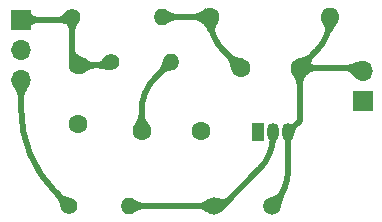
<source format=gbr>
%TF.GenerationSoftware,KiCad,Pcbnew,(6.0.4)*%
%TF.CreationDate,2022-07-11T19:21:54+03:00*%
%TF.ProjectId,Basic-150-MHz-Telemetry-Transmitter-THT,42617369-632d-4313-9530-2d4d487a2d54,rev?*%
%TF.SameCoordinates,Original*%
%TF.FileFunction,Copper,L1,Top*%
%TF.FilePolarity,Positive*%
%FSLAX46Y46*%
G04 Gerber Fmt 4.6, Leading zero omitted, Abs format (unit mm)*
G04 Created by KiCad (PCBNEW (6.0.4)) date 2022-07-11 19:21:54*
%MOMM*%
%LPD*%
G01*
G04 APERTURE LIST*
%TA.AperFunction,ComponentPad*%
%ADD10R,1.700000X1.700000*%
%TD*%
%TA.AperFunction,ComponentPad*%
%ADD11O,1.700000X1.700000*%
%TD*%
%TA.AperFunction,ComponentPad*%
%ADD12C,1.500000*%
%TD*%
%TA.AperFunction,ComponentPad*%
%ADD13C,1.400000*%
%TD*%
%TA.AperFunction,ComponentPad*%
%ADD14O,1.400000X1.400000*%
%TD*%
%TA.AperFunction,ComponentPad*%
%ADD15R,1.050000X1.500000*%
%TD*%
%TA.AperFunction,ComponentPad*%
%ADD16O,1.050000X1.500000*%
%TD*%
%TA.AperFunction,ComponentPad*%
%ADD17O,1.600000X1.600000*%
%TD*%
%TA.AperFunction,ComponentPad*%
%ADD18C,1.600000*%
%TD*%
%TA.AperFunction,Conductor*%
%ADD19C,0.500000*%
%TD*%
G04 APERTURE END LIST*
D10*
%TO.P,J1,1,Pin_1*%
%TO.N,Net-(C1-Pad2)*%
X54356000Y-99060000D03*
D11*
%TO.P,J1,2,Pin_2*%
%TO.N,GND*%
X54356000Y-101600000D03*
%TO.P,J1,3,Pin_3*%
%TO.N,data*%
X54356000Y-104140000D03*
%TD*%
D12*
%TO.P,Y1,1,1*%
%TO.N,Net-(C2-Pad1)*%
X75602000Y-114808000D03*
%TO.P,Y1,2,2*%
%TO.N,Net-(Q1-Pad2)*%
X70722000Y-114808000D03*
%TD*%
D13*
%TO.P,RP1,1*%
%TO.N,Net-(C1-Pad2)*%
X61976000Y-102616000D03*
D14*
%TO.P,RP1,2*%
%TO.N,Net-(CP1-Pad1)*%
X67056000Y-102616000D03*
%TD*%
%TO.P,R1,2*%
%TO.N,Net-(Q1-Pad2)*%
X63500000Y-114808000D03*
D13*
%TO.P,R1,1*%
%TO.N,data*%
X58420000Y-114808000D03*
%TD*%
D15*
%TO.P,Q1,1,E*%
%TO.N,GND*%
X74422000Y-108564000D03*
D16*
%TO.P,Q1,2,B*%
%TO.N,Net-(Q1-Pad2)*%
X75692000Y-108564000D03*
%TO.P,Q1,3,C*%
%TO.N,Net-(C2-Pad1)*%
X76962000Y-108564000D03*
%TD*%
D17*
%TO.P,L2,2,2*%
%TO.N,Net-(C2-Pad1)*%
X80518000Y-98806000D03*
D18*
%TO.P,L2,1,1*%
%TO.N,Net-(C2-Pad2)*%
X70358000Y-98806000D03*
%TD*%
D14*
%TO.P,L1,2,2*%
%TO.N,Net-(C2-Pad2)*%
X66294000Y-98806000D03*
D13*
%TO.P,L1,1,1*%
%TO.N,Net-(C1-Pad2)*%
X58674000Y-98806000D03*
%TD*%
D11*
%TO.P,J2,2,Pin_2*%
%TO.N,Net-(C2-Pad1)*%
X83312000Y-103383000D03*
D10*
%TO.P,J2,1,Pin_1*%
%TO.N,GND*%
X83312000Y-105923000D03*
%TD*%
D18*
%TO.P,CP1,1*%
%TO.N,Net-(CP1-Pad1)*%
X64556000Y-108458000D03*
%TO.P,CP1,2*%
%TO.N,GND*%
X69556000Y-108458000D03*
%TD*%
%TO.P,C2,1*%
%TO.N,Net-(C2-Pad1)*%
X77938000Y-103124000D03*
%TO.P,C2,2*%
%TO.N,Net-(C2-Pad2)*%
X72938000Y-103124000D03*
%TD*%
%TO.P,C1,1*%
%TO.N,GND*%
X59182000Y-107910000D03*
%TO.P,C1,2*%
%TO.N,Net-(C1-Pad2)*%
X59182000Y-102910000D03*
%TD*%
D19*
%TO.N,Net-(Q1-Pad2)*%
X74520404Y-111716550D02*
G75*
G03*
X75692000Y-108888146I-2828404J2828450D01*
G01*
%TO.N,data*%
X54356026Y-106601864D02*
G75*
G03*
X57284933Y-113672931I9999974J-36D01*
G01*
X54356000Y-106601864D02*
X54356000Y-104140000D01*
X58420000Y-114808000D02*
X57284932Y-113672932D01*
%TO.N,Net-(C2-Pad1)*%
X77938000Y-107588000D02*
X77938000Y-103124000D01*
X76962000Y-108564000D02*
X77938000Y-107588000D01*
%TO.N,Net-(Q1-Pad2)*%
X71429000Y-114808000D02*
X70722000Y-114808000D01*
X74520427Y-111716573D02*
X71429000Y-114808000D01*
X75692000Y-108564000D02*
X75692000Y-108888146D01*
%TO.N,Net-(C2-Pad1)*%
X76962032Y-111791146D02*
G75*
G02*
X75790427Y-114619573I-4000032J46D01*
G01*
X80518032Y-98887146D02*
G75*
G02*
X79346427Y-101715573I-4000032J46D01*
G01*
%TO.N,Net-(C2-Pad2)*%
X71529596Y-101715550D02*
G75*
G02*
X70358000Y-98887146I2828404J2828450D01*
G01*
%TO.N,Net-(CP1-Pad1)*%
X64555968Y-106772854D02*
G75*
G02*
X65727573Y-103944427I4000032J-46D01*
G01*
X65727573Y-103944427D02*
X67056000Y-102616000D01*
X64556000Y-108458000D02*
X64556000Y-106772854D01*
%TO.N,Net-(Q1-Pad2)*%
X70722000Y-114808000D02*
X63500000Y-114808000D01*
%TO.N,Net-(C2-Pad1)*%
X76962000Y-111791146D02*
X76962000Y-108564000D01*
X75602000Y-114808000D02*
X75790427Y-114619573D01*
X83053000Y-103124000D02*
X83312000Y-103383000D01*
X77938000Y-103124000D02*
X83053000Y-103124000D01*
X79346427Y-101715573D02*
X77938000Y-103124000D01*
X80518000Y-98806000D02*
X80518000Y-98887146D01*
%TO.N,Net-(C2-Pad2)*%
X71529573Y-101715573D02*
X72938000Y-103124000D01*
X70358000Y-98806000D02*
X70358000Y-98887146D01*
X66294000Y-98806000D02*
X70358000Y-98806000D01*
%TO.N,Net-(C1-Pad2)*%
X61682000Y-102910000D02*
X61976000Y-102616000D01*
X59182000Y-102910000D02*
X61682000Y-102910000D01*
X58674000Y-102402000D02*
X59182000Y-102910000D01*
X58674000Y-98806000D02*
X58674000Y-102402000D01*
X58420000Y-99060000D02*
X58674000Y-98806000D01*
X54356000Y-99060000D02*
X58420000Y-99060000D01*
%TD*%
%TA.AperFunction,Conductor*%
%TO.N,Net-(Q1-Pad2)*%
G36*
X75706976Y-108310572D02*
G01*
X76033440Y-108668073D01*
X76036500Y-108675963D01*
X76036500Y-108837504D01*
X76051738Y-108982482D01*
X76051929Y-108983069D01*
X76057461Y-109000097D01*
X76056943Y-109008646D01*
X76037691Y-109050036D01*
X76037681Y-109050059D01*
X76037646Y-109050134D01*
X76008195Y-109120000D01*
X75982375Y-109189889D01*
X75959120Y-109263374D01*
X75937364Y-109344025D01*
X75937336Y-109344146D01*
X75937334Y-109344153D01*
X75916043Y-109435414D01*
X75894091Y-109541115D01*
X75894072Y-109541211D01*
X75872629Y-109653267D01*
X75867709Y-109660749D01*
X75859000Y-109662571D01*
X75390008Y-109575405D01*
X75382500Y-109570524D01*
X75380581Y-109562129D01*
X75395866Y-109462463D01*
X75397902Y-109435414D01*
X75403054Y-109366943D01*
X75403074Y-109366677D01*
X75402610Y-109343891D01*
X75401373Y-109283263D01*
X75401367Y-109282950D01*
X75391625Y-109208261D01*
X75374729Y-109139585D01*
X75351559Y-109073898D01*
X75351475Y-109073704D01*
X75348470Y-109066788D01*
X75347500Y-109062125D01*
X75347500Y-108653382D01*
X75350979Y-108645057D01*
X75690115Y-108310137D01*
X75698409Y-108306762D01*
X75706976Y-108310572D01*
G37*
%TD.AperFunction*%
%TD*%
%TA.AperFunction,Conductor*%
%TO.N,data*%
G36*
X54364433Y-103723769D02*
G01*
X55115164Y-104504437D01*
X55118429Y-104512776D01*
X55117100Y-104517967D01*
X55042336Y-104660997D01*
X55042021Y-104661560D01*
X54965800Y-104789645D01*
X54965585Y-104789993D01*
X54892907Y-104902933D01*
X54825252Y-105007347D01*
X54764135Y-105109833D01*
X54710968Y-105217152D01*
X54667160Y-105336066D01*
X54634122Y-105473338D01*
X54613265Y-105635728D01*
X54613256Y-105635981D01*
X54606421Y-105818737D01*
X54602687Y-105826877D01*
X54594729Y-105830000D01*
X54117271Y-105830000D01*
X54108998Y-105826573D01*
X54105579Y-105818737D01*
X54098743Y-105635981D01*
X54098734Y-105635728D01*
X54077877Y-105473338D01*
X54044839Y-105336066D01*
X54001031Y-105217152D01*
X53947864Y-105109833D01*
X53886747Y-105007347D01*
X53819092Y-104902933D01*
X53746414Y-104789993D01*
X53746199Y-104789645D01*
X53669978Y-104661560D01*
X53669663Y-104660997D01*
X53594900Y-104517967D01*
X53594105Y-104509048D01*
X53596836Y-104504437D01*
X54347567Y-103723769D01*
X54355771Y-103720181D01*
X54364433Y-103723769D01*
G37*
%TD.AperFunction*%
%TD*%
%TA.AperFunction,Conductor*%
%TO.N,data*%
G36*
X57622164Y-113656112D02*
G01*
X57729128Y-113756616D01*
X57729138Y-113756625D01*
X57729281Y-113756759D01*
X57833673Y-113840952D01*
X57833898Y-113841102D01*
X57929966Y-113904964D01*
X57930213Y-113905128D01*
X57930479Y-113905268D01*
X58021773Y-113953348D01*
X58021783Y-113953353D01*
X58022040Y-113953488D01*
X58112290Y-113990232D01*
X58112510Y-113990302D01*
X58112512Y-113990303D01*
X58203968Y-114019520D01*
X58204101Y-114019562D01*
X58300612Y-114045679D01*
X58396904Y-114070692D01*
X58404830Y-114072751D01*
X58405043Y-114072808D01*
X58520079Y-114105023D01*
X58520488Y-114105147D01*
X58641774Y-114144209D01*
X58648598Y-114150007D01*
X58649885Y-114155117D01*
X58667249Y-115043322D01*
X58663984Y-115051661D01*
X58655322Y-115055249D01*
X57767117Y-115037885D01*
X57758913Y-115034297D01*
X57756209Y-115029774D01*
X57717150Y-114908500D01*
X57717020Y-114908068D01*
X57684808Y-114793043D01*
X57684751Y-114792830D01*
X57657679Y-114688612D01*
X57631596Y-114592227D01*
X57631562Y-114592101D01*
X57602232Y-114500290D01*
X57565488Y-114410040D01*
X57565353Y-114409783D01*
X57565348Y-114409773D01*
X57517268Y-114318479D01*
X57517128Y-114318213D01*
X57452952Y-114221673D01*
X57368759Y-114117281D01*
X57368625Y-114117138D01*
X57368616Y-114117128D01*
X57268112Y-114010164D01*
X57264945Y-114001788D01*
X57268366Y-113993879D01*
X57605879Y-113656366D01*
X57614152Y-113652939D01*
X57622164Y-113656112D01*
G37*
%TD.AperFunction*%
%TD*%
%TA.AperFunction,Conductor*%
%TO.N,Net-(C2-Pad1)*%
G36*
X78658000Y-103472711D02*
G01*
X78584770Y-103613576D01*
X78526714Y-103712712D01*
X78526713Y-103712713D01*
X78525953Y-103714011D01*
X78514289Y-103733930D01*
X78514114Y-103734220D01*
X78447465Y-103840488D01*
X78385770Y-103939009D01*
X78385735Y-103939071D01*
X78385723Y-103939090D01*
X78350034Y-104001424D01*
X78330300Y-104035889D01*
X78282246Y-104137367D01*
X78282146Y-104137652D01*
X78282143Y-104137659D01*
X78242907Y-104249371D01*
X78242905Y-104249379D01*
X78242799Y-104249680D01*
X78213148Y-104379065D01*
X78194485Y-104531759D01*
X78194476Y-104531999D01*
X78194476Y-104532005D01*
X78188402Y-104702716D01*
X78184683Y-104710862D01*
X78176709Y-104714000D01*
X77699291Y-104714000D01*
X77691018Y-104710573D01*
X77687598Y-104702716D01*
X77681523Y-104532005D01*
X77681523Y-104531999D01*
X77681514Y-104531759D01*
X77662851Y-104379065D01*
X77633200Y-104249680D01*
X77633094Y-104249379D01*
X77633092Y-104249371D01*
X77593856Y-104137659D01*
X77593853Y-104137652D01*
X77593753Y-104137367D01*
X77545699Y-104035889D01*
X77525965Y-104001424D01*
X77490276Y-103939090D01*
X77490264Y-103939071D01*
X77490229Y-103939009D01*
X77428534Y-103840488D01*
X77361885Y-103734220D01*
X77361710Y-103733930D01*
X77349285Y-103712712D01*
X77291383Y-103613838D01*
X77291098Y-103613324D01*
X77224001Y-103484255D01*
X77221874Y-103480163D01*
X77221098Y-103471242D01*
X77223822Y-103466657D01*
X77544355Y-103133342D01*
X77938000Y-102724000D01*
X78658000Y-103472711D01*
G37*
%TD.AperFunction*%
%TD*%
%TA.AperFunction,Conductor*%
%TO.N,Net-(C2-Pad1)*%
G36*
X77532268Y-107656417D02*
G01*
X77869583Y-107993732D01*
X77873010Y-108002005D01*
X77869738Y-108010120D01*
X77796302Y-108086364D01*
X77729977Y-108162048D01*
X77729861Y-108162198D01*
X77729860Y-108162199D01*
X77676497Y-108231110D01*
X77676490Y-108231120D01*
X77676359Y-108231289D01*
X77633079Y-108296478D01*
X77597771Y-108360003D01*
X77597690Y-108360178D01*
X77597684Y-108360190D01*
X77575353Y-108408490D01*
X77568065Y-108424253D01*
X77541596Y-108491618D01*
X77541579Y-108491665D01*
X77541575Y-108491677D01*
X77515994Y-108564487D01*
X77515980Y-108564529D01*
X77488907Y-108645202D01*
X77488892Y-108645248D01*
X77460566Y-108728522D01*
X77454657Y-108735251D01*
X77449718Y-108736452D01*
X77383881Y-108737739D01*
X77383880Y-108737739D01*
X76776385Y-108749615D01*
X76786514Y-108231484D01*
X76789548Y-108076282D01*
X76793136Y-108068078D01*
X76797478Y-108065434D01*
X76880751Y-108037107D01*
X76880797Y-108037092D01*
X76961470Y-108010019D01*
X76961512Y-108010005D01*
X76984282Y-108002005D01*
X77034322Y-107984424D01*
X77034334Y-107984420D01*
X77034381Y-107984403D01*
X77101746Y-107957934D01*
X77117509Y-107950646D01*
X77165809Y-107928315D01*
X77165821Y-107928309D01*
X77165996Y-107928228D01*
X77166165Y-107928134D01*
X77166173Y-107928130D01*
X77229321Y-107893031D01*
X77229521Y-107892920D01*
X77229714Y-107892792D01*
X77229722Y-107892787D01*
X77261531Y-107871668D01*
X77294710Y-107849640D01*
X77294879Y-107849509D01*
X77294889Y-107849502D01*
X77363800Y-107796139D01*
X77363801Y-107796138D01*
X77363951Y-107796022D01*
X77439635Y-107729697D01*
X77439745Y-107729591D01*
X77439756Y-107729581D01*
X77515879Y-107656263D01*
X77524215Y-107652992D01*
X77532268Y-107656417D01*
G37*
%TD.AperFunction*%
%TD*%
%TA.AperFunction,Conductor*%
%TO.N,Net-(Q1-Pad2)*%
G36*
X71832801Y-114066290D02*
G01*
X72170259Y-114403748D01*
X72173686Y-114412021D01*
X72170259Y-114420294D01*
X72050687Y-114539868D01*
X71942157Y-114648406D01*
X71848634Y-114741941D01*
X71765811Y-114824779D01*
X71765810Y-114824780D01*
X71689380Y-114901226D01*
X71615032Y-114975589D01*
X71538461Y-115052174D01*
X71455359Y-115135289D01*
X71361419Y-115229237D01*
X71258607Y-115332053D01*
X71250334Y-115335481D01*
X71244595Y-115333977D01*
X70891527Y-115135289D01*
X70806447Y-115087410D01*
X70347600Y-114829195D01*
X70711516Y-114437298D01*
X70713135Y-114435554D01*
X70713136Y-114435554D01*
X71004700Y-114121572D01*
X71012841Y-114117841D01*
X71017765Y-114118729D01*
X71103129Y-114154215D01*
X71190308Y-114188608D01*
X71272970Y-114216667D01*
X71352303Y-114236284D01*
X71392418Y-114240993D01*
X71429016Y-114245290D01*
X71429020Y-114245290D01*
X71429496Y-114245346D01*
X71505738Y-114241743D01*
X71506273Y-114241614D01*
X71506276Y-114241614D01*
X71541540Y-114233140D01*
X71582218Y-114223365D01*
X71659119Y-114188556D01*
X71659676Y-114188304D01*
X71659679Y-114188302D01*
X71660126Y-114188100D01*
X71740649Y-114133838D01*
X71816732Y-114065839D01*
X71825183Y-114062881D01*
X71832801Y-114066290D01*
G37*
%TD.AperFunction*%
%TD*%
%TA.AperFunction,Conductor*%
%TO.N,Net-(C2-Pad1)*%
G36*
X76306056Y-113512584D02*
G01*
X76730484Y-113731074D01*
X76736271Y-113737908D01*
X76735614Y-113746670D01*
X76658701Y-113901964D01*
X76658690Y-113901986D01*
X76658660Y-113902048D01*
X76594359Y-114045082D01*
X76585797Y-114066677D01*
X76562975Y-114124236D01*
X76544528Y-114170760D01*
X76505871Y-114284394D01*
X76475095Y-114391294D01*
X76448904Y-114496771D01*
X76448887Y-114496845D01*
X76448879Y-114496879D01*
X76424003Y-114606138D01*
X76397120Y-114724608D01*
X76397082Y-114724771D01*
X76364917Y-114857683D01*
X76364849Y-114857947D01*
X76326224Y-115002697D01*
X76320780Y-115009807D01*
X76315860Y-115011342D01*
X75827406Y-115050638D01*
X75365545Y-115087793D01*
X75357024Y-115085041D01*
X75352917Y-115076613D01*
X75313673Y-114124235D01*
X75316756Y-114115828D01*
X75321243Y-114112804D01*
X75394078Y-114085408D01*
X75443564Y-114066795D01*
X75444209Y-114066574D01*
X75564077Y-114029297D01*
X75564401Y-114029201D01*
X75675526Y-113998137D01*
X75675545Y-113998132D01*
X75675572Y-113998124D01*
X75675634Y-113998106D01*
X75778819Y-113968014D01*
X75778830Y-113968010D01*
X75778972Y-113967969D01*
X75875577Y-113933425D01*
X75875861Y-113933287D01*
X75875865Y-113933285D01*
X75940005Y-113902048D01*
X75966516Y-113889137D01*
X75966877Y-113888889D01*
X76052516Y-113830030D01*
X76052519Y-113830027D01*
X76052917Y-113829754D01*
X76053264Y-113829421D01*
X76053268Y-113829417D01*
X76135591Y-113750227D01*
X76135592Y-113750226D01*
X76135909Y-113749921D01*
X76216618Y-113644286D01*
X76290587Y-113517105D01*
X76297709Y-113511676D01*
X76306056Y-113512584D01*
G37*
%TD.AperFunction*%
%TD*%
%TA.AperFunction,Conductor*%
%TO.N,Net-(C2-Pad1)*%
G36*
X80561520Y-98417107D02*
G01*
X81198596Y-99211465D01*
X81201099Y-99220063D01*
X81199395Y-99224979D01*
X81113016Y-99363407D01*
X81112806Y-99363731D01*
X81030444Y-99486506D01*
X81030275Y-99486751D01*
X80954419Y-99593831D01*
X80883382Y-99691884D01*
X80815550Y-99787491D01*
X80749219Y-99887358D01*
X80749142Y-99887487D01*
X80682770Y-99998052D01*
X80682760Y-99998070D01*
X80682686Y-99998193D01*
X80614247Y-100126700D01*
X80614189Y-100126823D01*
X80614185Y-100126831D01*
X80542254Y-100279471D01*
X80542200Y-100279586D01*
X80542149Y-100279707D01*
X80542142Y-100279723D01*
X80469295Y-100452965D01*
X80462930Y-100459263D01*
X80454171Y-100459295D01*
X80010806Y-100282205D01*
X80004394Y-100275954D01*
X80004063Y-100267592D01*
X80051713Y-100126700D01*
X80053589Y-100121154D01*
X80080347Y-99984848D01*
X80084305Y-99864605D01*
X80073444Y-99787491D01*
X80069052Y-99756304D01*
X80069051Y-99756300D01*
X80068988Y-99755852D01*
X80049478Y-99691905D01*
X80038018Y-99654343D01*
X80038015Y-99654336D01*
X80037919Y-99654020D01*
X79994621Y-99554536D01*
X79942618Y-99452830D01*
X79895568Y-99363564D01*
X79885522Y-99344503D01*
X79885369Y-99344204D01*
X79826737Y-99224776D01*
X79826451Y-99224147D01*
X79772879Y-99096476D01*
X79772838Y-99087521D01*
X79775996Y-99083117D01*
X80544721Y-98415593D01*
X80553215Y-98412756D01*
X80561520Y-98417107D01*
G37*
%TD.AperFunction*%
%TD*%
%TA.AperFunction,Conductor*%
%TO.N,Net-(C2-Pad2)*%
G36*
X71068777Y-99056000D02*
G01*
X71100004Y-99083115D01*
X71104003Y-99091126D01*
X71103121Y-99096475D01*
X71049549Y-99224146D01*
X71049263Y-99224775D01*
X70990634Y-99344202D01*
X70990481Y-99344501D01*
X70933389Y-99452829D01*
X70881390Y-99554535D01*
X70838097Y-99654019D01*
X70807033Y-99755852D01*
X70791720Y-99864605D01*
X70791736Y-99865099D01*
X70791736Y-99865104D01*
X70792474Y-99887471D01*
X70795683Y-99984848D01*
X70822442Y-100121153D01*
X70822563Y-100121512D01*
X70822565Y-100121518D01*
X70871971Y-100267590D01*
X70871376Y-100276525D01*
X70865228Y-100282204D01*
X70421863Y-100459294D01*
X70412910Y-100459181D01*
X70406739Y-100452964D01*
X70333889Y-100279720D01*
X70333882Y-100279704D01*
X70333831Y-100279583D01*
X70333777Y-100279468D01*
X70261843Y-100126828D01*
X70261839Y-100126820D01*
X70261781Y-100126697D01*
X70193339Y-99998190D01*
X70185329Y-99984848D01*
X70126870Y-99887471D01*
X70126859Y-99887453D01*
X70126801Y-99887357D01*
X70111689Y-99864605D01*
X70098346Y-99844518D01*
X70060466Y-99787490D01*
X69992629Y-99691885D01*
X69921588Y-99593833D01*
X69845723Y-99486745D01*
X69845559Y-99486507D01*
X69822924Y-99452767D01*
X69793486Y-99408885D01*
X69793485Y-99408884D01*
X69763083Y-99363567D01*
X69672212Y-99217940D01*
X70322092Y-98407616D01*
X71068777Y-99056000D01*
G37*
%TD.AperFunction*%
%TD*%
%TA.AperFunction,Conductor*%
%TO.N,Net-(CP1-Pad1)*%
G36*
X67299661Y-102372016D02*
G01*
X67303249Y-102380678D01*
X67285885Y-103268883D01*
X67282297Y-103277087D01*
X67277775Y-103279790D01*
X67156488Y-103318852D01*
X67156079Y-103318976D01*
X67056698Y-103346807D01*
X67041043Y-103351191D01*
X67040830Y-103351248D01*
X66936612Y-103378320D01*
X66840101Y-103404437D01*
X66839968Y-103404479D01*
X66759703Y-103430121D01*
X66748290Y-103433767D01*
X66658040Y-103470511D01*
X66657783Y-103470646D01*
X66657773Y-103470651D01*
X66577806Y-103512766D01*
X66566213Y-103518871D01*
X66565969Y-103519033D01*
X66565966Y-103519035D01*
X66469898Y-103582897D01*
X66469673Y-103583047D01*
X66365281Y-103667240D01*
X66365138Y-103667374D01*
X66365128Y-103667383D01*
X66258164Y-103767888D01*
X66249788Y-103771055D01*
X66241879Y-103767634D01*
X65904366Y-103430121D01*
X65900939Y-103421848D01*
X65904112Y-103413836D01*
X65962951Y-103351214D01*
X66004759Y-103306718D01*
X66088952Y-103202326D01*
X66153128Y-103105786D01*
X66159233Y-103094193D01*
X66201348Y-103014226D01*
X66201353Y-103014216D01*
X66201488Y-103013959D01*
X66238232Y-102923709D01*
X66267562Y-102831898D01*
X66293679Y-102735387D01*
X66320751Y-102631169D01*
X66320808Y-102630956D01*
X66353020Y-102515931D01*
X66353150Y-102515499D01*
X66392209Y-102394226D01*
X66398007Y-102387402D01*
X66403117Y-102386115D01*
X67291322Y-102368751D01*
X67299661Y-102372016D01*
G37*
%TD.AperFunction*%
%TD*%
%TA.AperFunction,Conductor*%
%TO.N,Net-(CP1-Pad1)*%
G36*
X64802982Y-106871427D02*
G01*
X64806401Y-106879283D01*
X64812485Y-107050240D01*
X64831148Y-107202934D01*
X64860799Y-107332319D01*
X64860905Y-107332620D01*
X64860907Y-107332628D01*
X64900143Y-107444340D01*
X64900246Y-107444632D01*
X64948300Y-107546110D01*
X64948416Y-107546312D01*
X65003723Y-107642909D01*
X65003735Y-107642928D01*
X65003770Y-107642990D01*
X65003818Y-107643066D01*
X65065465Y-107741511D01*
X65132105Y-107847765D01*
X65132289Y-107848069D01*
X65202616Y-107968160D01*
X65202901Y-107968675D01*
X65272126Y-108101836D01*
X65272902Y-108110757D01*
X65270178Y-108115343D01*
X64564433Y-108849231D01*
X64556229Y-108852819D01*
X64547567Y-108849231D01*
X63841822Y-108115343D01*
X63838557Y-108107004D01*
X63839874Y-108101836D01*
X63909098Y-107968675D01*
X63909383Y-107968160D01*
X63979710Y-107848069D01*
X63979894Y-107847765D01*
X64046534Y-107741511D01*
X64108181Y-107643066D01*
X64108229Y-107642990D01*
X64108264Y-107642928D01*
X64108276Y-107642909D01*
X64163583Y-107546312D01*
X64163699Y-107546110D01*
X64211753Y-107444632D01*
X64211856Y-107444340D01*
X64251092Y-107332628D01*
X64251094Y-107332620D01*
X64251200Y-107332319D01*
X64280851Y-107202934D01*
X64299514Y-107050240D01*
X64305598Y-106879283D01*
X64309317Y-106871138D01*
X64317291Y-106868000D01*
X64794709Y-106868000D01*
X64802982Y-106871427D01*
G37*
%TD.AperFunction*%
%TD*%
%TA.AperFunction,Conductor*%
%TO.N,Net-(Q1-Pad2)*%
G36*
X70401120Y-114138805D02*
G01*
X71097000Y-114808000D01*
X70806448Y-115087410D01*
X70806447Y-115087410D01*
X70465425Y-115415356D01*
X70401121Y-115477194D01*
X70392782Y-115480459D01*
X70387642Y-115479156D01*
X70264359Y-115415471D01*
X70263898Y-115415219D01*
X70151809Y-115350785D01*
X70151557Y-115350636D01*
X70051996Y-115290035D01*
X69959466Y-115234353D01*
X69959376Y-115234299D01*
X69868104Y-115184475D01*
X69867897Y-115184382D01*
X69772736Y-115141654D01*
X69772732Y-115141652D01*
X69772466Y-115141533D01*
X69666751Y-115106443D01*
X69666444Y-115106377D01*
X69666438Y-115106375D01*
X69545525Y-115080238D01*
X69545526Y-115080238D01*
X69545243Y-115080177D01*
X69457770Y-115070103D01*
X69402467Y-115063733D01*
X69402463Y-115063733D01*
X69402231Y-115063706D01*
X69292069Y-115060013D01*
X69243308Y-115058379D01*
X69235154Y-115054677D01*
X69232000Y-115046686D01*
X69232000Y-114569314D01*
X69235427Y-114561041D01*
X69243308Y-114557621D01*
X69332114Y-114554644D01*
X69402231Y-114552293D01*
X69402463Y-114552266D01*
X69402467Y-114552266D01*
X69457770Y-114545896D01*
X69545243Y-114535822D01*
X69558531Y-114532950D01*
X69666438Y-114509624D01*
X69666444Y-114509622D01*
X69666751Y-114509556D01*
X69772466Y-114474466D01*
X69772732Y-114474347D01*
X69772736Y-114474345D01*
X69867897Y-114431617D01*
X69867898Y-114431616D01*
X69868104Y-114431524D01*
X69959376Y-114381700D01*
X70051996Y-114325964D01*
X70151572Y-114265354D01*
X70151809Y-114265214D01*
X70263898Y-114200780D01*
X70264359Y-114200528D01*
X70383843Y-114138806D01*
X70387642Y-114136844D01*
X70396564Y-114136092D01*
X70401120Y-114138805D01*
G37*
%TD.AperFunction*%
%TD*%
%TA.AperFunction,Conductor*%
%TO.N,Net-(Q1-Pad2)*%
G36*
X63812552Y-114181810D02*
G01*
X63925918Y-114239942D01*
X63926315Y-114240155D01*
X64030483Y-114298743D01*
X64030582Y-114298800D01*
X64123461Y-114353376D01*
X64210173Y-114403152D01*
X64210289Y-114403212D01*
X64210304Y-114403220D01*
X64278478Y-114438382D01*
X64295833Y-114447333D01*
X64296048Y-114447424D01*
X64296051Y-114447425D01*
X64385374Y-114485060D01*
X64385379Y-114485062D01*
X64385631Y-114485168D01*
X64385899Y-114485251D01*
X64484476Y-114515817D01*
X64484484Y-114515819D01*
X64484758Y-114515904D01*
X64598401Y-114538789D01*
X64647005Y-114543995D01*
X64731524Y-114553048D01*
X64731535Y-114553049D01*
X64731752Y-114553072D01*
X64853475Y-114556863D01*
X64878664Y-114557647D01*
X64886827Y-114561329D01*
X64890000Y-114569341D01*
X64890000Y-115046659D01*
X64886573Y-115054932D01*
X64878664Y-115058353D01*
X64731752Y-115062927D01*
X64731535Y-115062950D01*
X64731524Y-115062951D01*
X64647005Y-115072004D01*
X64598401Y-115077210D01*
X64484758Y-115100095D01*
X64484484Y-115100180D01*
X64484476Y-115100182D01*
X64403882Y-115125172D01*
X64385631Y-115130831D01*
X64385379Y-115130937D01*
X64385374Y-115130939D01*
X64296051Y-115168574D01*
X64295833Y-115168666D01*
X64295618Y-115168777D01*
X64210304Y-115212779D01*
X64210289Y-115212787D01*
X64210173Y-115212847D01*
X64123461Y-115262623D01*
X64030582Y-115317199D01*
X64030483Y-115317256D01*
X63950981Y-115361971D01*
X63926315Y-115375844D01*
X63925918Y-115376057D01*
X63812552Y-115434190D01*
X63803626Y-115434916D01*
X63799103Y-115432212D01*
X63679578Y-115317270D01*
X63158769Y-114816433D01*
X63155181Y-114808229D01*
X63158769Y-114799567D01*
X63415094Y-114553072D01*
X63799103Y-114183788D01*
X63807442Y-114180523D01*
X63812552Y-114181810D01*
G37*
%TD.AperFunction*%
%TD*%
%TA.AperFunction,Conductor*%
%TO.N,Net-(C2-Pad1)*%
G36*
X77383085Y-108739376D02*
G01*
X77383085Y-108739377D01*
X77428811Y-108786926D01*
X77432076Y-108795265D01*
X77430875Y-108800204D01*
X77392021Y-108879118D01*
X77391999Y-108879161D01*
X77372728Y-108917900D01*
X77354078Y-108955389D01*
X77320655Y-109025018D01*
X77291738Y-109091369D01*
X77291677Y-109091536D01*
X77291675Y-109091540D01*
X77267387Y-109157595D01*
X77267383Y-109157609D01*
X77267310Y-109157806D01*
X77247358Y-109227692D01*
X77231866Y-109304391D01*
X77220819Y-109391266D01*
X77214202Y-109491681D01*
X77214200Y-109491811D01*
X77214199Y-109491824D01*
X77212215Y-109597520D01*
X77208633Y-109605727D01*
X77200517Y-109609000D01*
X76723482Y-109609000D01*
X76715209Y-109605573D01*
X76711784Y-109597520D01*
X76709800Y-109491824D01*
X76709799Y-109491811D01*
X76709797Y-109491681D01*
X76703180Y-109391266D01*
X76692133Y-109304391D01*
X76676641Y-109227692D01*
X76656689Y-109157806D01*
X76656616Y-109157609D01*
X76656612Y-109157595D01*
X76632324Y-109091540D01*
X76632322Y-109091536D01*
X76632261Y-109091369D01*
X76603344Y-109025018D01*
X76596484Y-109010726D01*
X76595905Y-109002048D01*
X76602071Y-108983070D01*
X76602262Y-108982482D01*
X76617500Y-108837504D01*
X76617500Y-108664451D01*
X76620767Y-108656341D01*
X76779944Y-108490816D01*
X76962000Y-108301500D01*
X77383085Y-108739376D01*
G37*
%TD.AperFunction*%
%TD*%
%TA.AperFunction,Conductor*%
%TO.N,Net-(C2-Pad1)*%
G36*
X83189849Y-102545290D02*
G01*
X83193435Y-102549294D01*
X83711402Y-103500462D01*
X83712349Y-103509365D01*
X83706317Y-103516542D01*
X82735560Y-103996975D01*
X82726625Y-103997573D01*
X82722139Y-103994805D01*
X82619770Y-103893483D01*
X82619502Y-103893208D01*
X82525311Y-103793644D01*
X82525274Y-103793605D01*
X82439821Y-103702449D01*
X82439817Y-103702445D01*
X82439774Y-103702399D01*
X82357747Y-103620495D01*
X82273938Y-103548804D01*
X82183057Y-103488195D01*
X82079813Y-103439540D01*
X82079401Y-103439418D01*
X82079396Y-103439416D01*
X82022165Y-103422455D01*
X81958916Y-103403709D01*
X81815075Y-103381572D01*
X81814777Y-103381559D01*
X81814768Y-103381558D01*
X81654186Y-103374492D01*
X81646071Y-103370704D01*
X81643000Y-103362803D01*
X81643000Y-102885348D01*
X81646427Y-102877075D01*
X81654342Y-102873653D01*
X81797358Y-102869273D01*
X81860335Y-102867344D01*
X81860528Y-102867324D01*
X81860535Y-102867324D01*
X82042796Y-102848882D01*
X82042802Y-102848881D01*
X82043021Y-102848859D01*
X82043254Y-102848817D01*
X82198608Y-102820807D01*
X82198616Y-102820805D01*
X82198828Y-102820767D01*
X82335523Y-102785293D01*
X82460875Y-102744658D01*
X82535306Y-102718027D01*
X82582620Y-102701098D01*
X82582682Y-102701076D01*
X82708418Y-102656873D01*
X82708832Y-102656736D01*
X82846259Y-102614117D01*
X82846879Y-102613945D01*
X83003861Y-102575070D01*
X83004595Y-102574913D01*
X83181103Y-102543371D01*
X83189849Y-102545290D01*
G37*
%TD.AperFunction*%
%TD*%
%TA.AperFunction,Conductor*%
%TO.N,Net-(C2-Pad1)*%
G36*
X78427576Y-102477229D02*
G01*
X78548090Y-102547804D01*
X78654488Y-102614534D01*
X78753009Y-102676229D01*
X78849889Y-102731699D01*
X78866316Y-102739478D01*
X78868149Y-102740346D01*
X78951083Y-102779619D01*
X78951091Y-102779622D01*
X78951367Y-102779753D01*
X78951652Y-102779853D01*
X78951659Y-102779856D01*
X79063371Y-102819092D01*
X79063379Y-102819094D01*
X79063680Y-102819200D01*
X79063994Y-102819272D01*
X79064001Y-102819274D01*
X79192775Y-102848785D01*
X79192783Y-102848786D01*
X79193065Y-102848851D01*
X79345759Y-102867514D01*
X79345999Y-102867523D01*
X79346005Y-102867523D01*
X79410837Y-102869830D01*
X79516717Y-102873598D01*
X79524862Y-102877317D01*
X79528000Y-102885291D01*
X79528000Y-103362709D01*
X79524573Y-103370982D01*
X79516717Y-103374401D01*
X79405368Y-103378364D01*
X79346005Y-103380476D01*
X79345999Y-103380476D01*
X79345759Y-103380485D01*
X79193065Y-103399148D01*
X79192783Y-103399213D01*
X79192775Y-103399214D01*
X79064001Y-103428725D01*
X79063994Y-103428727D01*
X79063680Y-103428799D01*
X79063379Y-103428905D01*
X79063371Y-103428907D01*
X78951659Y-103468143D01*
X78951652Y-103468146D01*
X78951367Y-103468246D01*
X78951091Y-103468377D01*
X78951083Y-103468380D01*
X78891526Y-103496583D01*
X78849889Y-103516300D01*
X78815424Y-103536034D01*
X78753090Y-103571723D01*
X78753071Y-103571735D01*
X78753009Y-103571770D01*
X78654488Y-103633465D01*
X78548234Y-103700105D01*
X78547946Y-103700280D01*
X78526713Y-103712713D01*
X78526712Y-103712714D01*
X78427576Y-103770770D01*
X78286711Y-103844000D01*
X77544291Y-103130050D01*
X77543833Y-103129002D01*
X77543658Y-103120049D01*
X77546443Y-103115881D01*
X77582350Y-103081351D01*
X78286711Y-102404000D01*
X78427576Y-102477229D01*
G37*
%TD.AperFunction*%
%TD*%
%TA.AperFunction,Conductor*%
%TO.N,Net-(C2-Pad1)*%
G36*
X78893506Y-101830908D02*
G01*
X79231092Y-102168494D01*
X79234519Y-102176767D01*
X79231381Y-102184741D01*
X79114798Y-102309927D01*
X79020024Y-102431095D01*
X78949501Y-102543549D01*
X78897978Y-102650860D01*
X78897877Y-102651142D01*
X78897876Y-102651145D01*
X78867099Y-102737285D01*
X78867099Y-102737287D01*
X78860201Y-102756594D01*
X78830919Y-102864322D01*
X78804879Y-102977612D01*
X78776830Y-103100032D01*
X78741518Y-103235152D01*
X78693693Y-103386540D01*
X77655158Y-103406842D01*
X77665575Y-102874000D01*
X77675296Y-102376705D01*
X77678884Y-102368501D01*
X77683469Y-102365777D01*
X77826575Y-102320567D01*
X77827142Y-102320404D01*
X77867928Y-102309745D01*
X77961827Y-102285206D01*
X77962141Y-102285129D01*
X78084387Y-102257120D01*
X78197677Y-102231080D01*
X78305405Y-102201798D01*
X78305620Y-102201721D01*
X78305627Y-102201719D01*
X78410854Y-102164123D01*
X78410857Y-102164122D01*
X78411139Y-102164021D01*
X78518450Y-102112498D01*
X78630904Y-102041975D01*
X78752072Y-101947201D01*
X78877259Y-101830619D01*
X78885649Y-101827488D01*
X78893506Y-101830908D01*
G37*
%TD.AperFunction*%
%TD*%
%TA.AperFunction,Conductor*%
%TO.N,Net-(C2-Pad2)*%
G36*
X71998741Y-101830619D02*
G01*
X72123927Y-101947201D01*
X72245095Y-102041975D01*
X72357549Y-102112498D01*
X72464860Y-102164021D01*
X72465142Y-102164122D01*
X72465145Y-102164123D01*
X72570372Y-102201719D01*
X72570379Y-102201721D01*
X72570594Y-102201798D01*
X72678322Y-102231080D01*
X72791612Y-102257120D01*
X72913858Y-102285129D01*
X72914172Y-102285206D01*
X73008071Y-102309745D01*
X73048857Y-102320404D01*
X73049424Y-102320567D01*
X73192531Y-102365777D01*
X73199387Y-102371537D01*
X73200704Y-102376705D01*
X73220604Y-103394677D01*
X73217339Y-103403016D01*
X73208677Y-103406604D01*
X72190705Y-103386704D01*
X72182501Y-103383116D01*
X72179777Y-103378531D01*
X72134567Y-103235424D01*
X72134404Y-103234857D01*
X72099209Y-103100186D01*
X72099125Y-103099841D01*
X72071120Y-102977612D01*
X72045106Y-102864435D01*
X72045106Y-102864434D01*
X72045080Y-102864322D01*
X72015798Y-102756594D01*
X71978021Y-102650860D01*
X71926498Y-102543549D01*
X71855975Y-102431095D01*
X71761201Y-102309927D01*
X71644619Y-102184741D01*
X71641488Y-102176351D01*
X71644908Y-102168494D01*
X71982494Y-101830908D01*
X71990767Y-101827481D01*
X71998741Y-101830619D01*
G37*
%TD.AperFunction*%
%TD*%
%TA.AperFunction,Conductor*%
%TO.N,Net-(C2-Pad2)*%
G36*
X70015343Y-98091822D02*
G01*
X70758000Y-98806000D01*
X70009289Y-99526000D01*
X69868423Y-99452770D01*
X69793487Y-99408886D01*
X69793486Y-99408885D01*
X69748054Y-99382280D01*
X69747765Y-99382105D01*
X69641511Y-99315465D01*
X69542990Y-99253770D01*
X69542928Y-99253735D01*
X69542909Y-99253723D01*
X69480575Y-99218034D01*
X69446110Y-99198300D01*
X69404473Y-99178583D01*
X69344916Y-99150380D01*
X69344908Y-99150377D01*
X69344632Y-99150246D01*
X69344347Y-99150146D01*
X69344340Y-99150143D01*
X69232628Y-99110907D01*
X69232620Y-99110905D01*
X69232319Y-99110799D01*
X69232005Y-99110727D01*
X69231998Y-99110725D01*
X69103224Y-99081214D01*
X69103216Y-99081213D01*
X69102934Y-99081148D01*
X68950240Y-99062485D01*
X68950000Y-99062476D01*
X68949994Y-99062476D01*
X68890453Y-99060357D01*
X68779283Y-99056402D01*
X68771138Y-99052683D01*
X68768000Y-99044709D01*
X68768000Y-98567291D01*
X68771427Y-98559018D01*
X68779283Y-98555598D01*
X68884947Y-98551838D01*
X68949994Y-98549523D01*
X68950000Y-98549523D01*
X68950240Y-98549514D01*
X69102934Y-98530851D01*
X69103216Y-98530786D01*
X69103224Y-98530785D01*
X69231998Y-98501274D01*
X69232005Y-98501272D01*
X69232319Y-98501200D01*
X69232620Y-98501094D01*
X69232628Y-98501092D01*
X69344340Y-98461856D01*
X69344347Y-98461853D01*
X69344632Y-98461753D01*
X69344908Y-98461622D01*
X69344916Y-98461619D01*
X69404473Y-98433416D01*
X69446110Y-98413699D01*
X69480575Y-98393965D01*
X69542909Y-98358276D01*
X69542928Y-98358264D01*
X69542990Y-98358229D01*
X69641511Y-98296534D01*
X69747779Y-98229885D01*
X69748054Y-98229719D01*
X69868161Y-98159383D01*
X69868675Y-98159098D01*
X69869246Y-98158801D01*
X70001837Y-98089874D01*
X70010758Y-98089098D01*
X70015343Y-98091822D01*
G37*
%TD.AperFunction*%
%TD*%
%TA.AperFunction,Conductor*%
%TO.N,Net-(C2-Pad2)*%
G36*
X66606552Y-98179810D02*
G01*
X66719918Y-98237942D01*
X66720315Y-98238155D01*
X66824483Y-98296743D01*
X66824582Y-98296800D01*
X66917461Y-98351376D01*
X67004173Y-98401152D01*
X67004289Y-98401212D01*
X67004304Y-98401220D01*
X67072478Y-98436382D01*
X67089833Y-98445333D01*
X67090048Y-98445424D01*
X67090051Y-98445425D01*
X67179374Y-98483060D01*
X67179379Y-98483062D01*
X67179631Y-98483168D01*
X67179899Y-98483251D01*
X67278476Y-98513817D01*
X67278484Y-98513819D01*
X67278758Y-98513904D01*
X67392401Y-98536789D01*
X67441005Y-98541995D01*
X67525524Y-98551048D01*
X67525535Y-98551049D01*
X67525752Y-98551072D01*
X67647475Y-98554863D01*
X67672664Y-98555647D01*
X67680827Y-98559329D01*
X67684000Y-98567341D01*
X67684000Y-99044659D01*
X67680573Y-99052932D01*
X67672664Y-99056353D01*
X67525752Y-99060927D01*
X67525535Y-99060950D01*
X67525524Y-99060951D01*
X67441005Y-99070004D01*
X67392401Y-99075210D01*
X67278758Y-99098095D01*
X67278484Y-99098180D01*
X67278476Y-99098182D01*
X67197882Y-99123172D01*
X67179631Y-99128831D01*
X67179379Y-99128937D01*
X67179374Y-99128939D01*
X67090051Y-99166574D01*
X67089833Y-99166666D01*
X67089618Y-99166777D01*
X67004304Y-99210779D01*
X67004289Y-99210787D01*
X67004173Y-99210847D01*
X66917461Y-99260623D01*
X66824582Y-99315199D01*
X66824483Y-99315256D01*
X66744981Y-99359971D01*
X66720315Y-99373844D01*
X66719918Y-99374057D01*
X66606552Y-99432190D01*
X66597626Y-99432916D01*
X66593103Y-99430212D01*
X66473578Y-99315270D01*
X65952769Y-98814433D01*
X65949181Y-98806229D01*
X65952769Y-98797567D01*
X66209094Y-98551072D01*
X66593103Y-98181788D01*
X66601442Y-98178523D01*
X66606552Y-98179810D01*
G37*
%TD.AperFunction*%
%TD*%
%TA.AperFunction,Conductor*%
%TO.N,Net-(C1-Pad2)*%
G36*
X61444577Y-102172342D02*
G01*
X61651533Y-102244989D01*
X62282910Y-102466618D01*
X62289581Y-102472592D01*
X62289915Y-102481961D01*
X61963147Y-103308035D01*
X61956917Y-103314467D01*
X61951709Y-103315418D01*
X61804060Y-103308346D01*
X61803475Y-103308301D01*
X61669667Y-103294706D01*
X61669105Y-103294635D01*
X61606637Y-103285068D01*
X61550887Y-103276530D01*
X61550444Y-103276454D01*
X61441393Y-103255435D01*
X61441200Y-103255396D01*
X61335149Y-103233102D01*
X61335127Y-103233098D01*
X61335090Y-103233090D01*
X61225751Y-103211147D01*
X61225697Y-103211138D01*
X61225676Y-103211134D01*
X61144083Y-103197445D01*
X61107031Y-103191228D01*
X61106905Y-103191213D01*
X61106886Y-103191210D01*
X61032606Y-103182223D01*
X60972670Y-103174971D01*
X60972516Y-103174960D01*
X60972514Y-103174960D01*
X60816587Y-103164027D01*
X60816579Y-103164027D01*
X60816413Y-103164015D01*
X60816255Y-103164012D01*
X60816243Y-103164011D01*
X60747637Y-103162518D01*
X60718858Y-103161891D01*
X60718857Y-103161891D01*
X60632000Y-103160000D01*
X60632000Y-102660000D01*
X60696287Y-102657306D01*
X60696293Y-102657306D01*
X60696507Y-102657297D01*
X60696513Y-102657297D01*
X60716835Y-102656445D01*
X60762188Y-102654544D01*
X60762482Y-102654501D01*
X60871918Y-102638478D01*
X60871920Y-102638478D01*
X60872286Y-102638424D01*
X60965684Y-102612006D01*
X61045775Y-102575658D01*
X61047111Y-102574784D01*
X61115613Y-102529968D01*
X61115618Y-102529964D01*
X61115950Y-102529747D01*
X61116250Y-102529487D01*
X61116257Y-102529482D01*
X61171143Y-102481962D01*
X61179600Y-102474640D01*
X61179802Y-102474426D01*
X61179811Y-102474418D01*
X61239993Y-102410840D01*
X61240006Y-102410825D01*
X61240119Y-102410706D01*
X61300897Y-102338312D01*
X61365327Y-102257824D01*
X61431611Y-102176016D01*
X61439482Y-102171746D01*
X61444577Y-102172342D01*
G37*
%TD.AperFunction*%
%TD*%
%TA.AperFunction,Conductor*%
%TO.N,Net-(C1-Pad2)*%
G36*
X59538162Y-102193874D02*
G01*
X59670520Y-102262680D01*
X59671324Y-102263098D01*
X59671838Y-102263383D01*
X59791945Y-102333719D01*
X59792220Y-102333885D01*
X59898488Y-102400534D01*
X59997009Y-102462229D01*
X59997071Y-102462264D01*
X59997090Y-102462276D01*
X60059424Y-102497965D01*
X60093889Y-102517699D01*
X60135526Y-102537416D01*
X60195083Y-102565619D01*
X60195091Y-102565622D01*
X60195367Y-102565753D01*
X60195652Y-102565853D01*
X60195659Y-102565856D01*
X60307371Y-102605092D01*
X60307379Y-102605094D01*
X60307680Y-102605200D01*
X60307994Y-102605272D01*
X60308001Y-102605274D01*
X60436775Y-102634785D01*
X60436783Y-102634786D01*
X60437065Y-102634851D01*
X60589759Y-102653514D01*
X60589999Y-102653523D01*
X60590005Y-102653523D01*
X60647644Y-102655574D01*
X60696293Y-102657306D01*
X60696299Y-102657306D01*
X60772000Y-102660000D01*
X60772000Y-103160000D01*
X60718859Y-103161891D01*
X60718858Y-103161891D01*
X60694388Y-103162762D01*
X60590005Y-103166476D01*
X60589999Y-103166476D01*
X60589759Y-103166485D01*
X60437065Y-103185148D01*
X60436783Y-103185213D01*
X60436775Y-103185214D01*
X60308001Y-103214725D01*
X60307994Y-103214727D01*
X60307680Y-103214799D01*
X60307379Y-103214905D01*
X60307371Y-103214907D01*
X60195659Y-103254143D01*
X60195652Y-103254146D01*
X60195367Y-103254246D01*
X60195091Y-103254377D01*
X60195083Y-103254380D01*
X60135526Y-103282583D01*
X60093889Y-103302300D01*
X60059424Y-103322034D01*
X59997090Y-103357723D01*
X59997071Y-103357735D01*
X59997009Y-103357770D01*
X59898488Y-103419465D01*
X59792234Y-103486105D01*
X59791945Y-103486280D01*
X59671839Y-103556616D01*
X59671324Y-103556901D01*
X59538163Y-103626126D01*
X59529243Y-103626902D01*
X59524657Y-103624178D01*
X59068120Y-103185148D01*
X58782000Y-102910000D01*
X59521362Y-102198990D01*
X59521362Y-102198991D01*
X59524657Y-102195822D01*
X59532995Y-102192557D01*
X59538162Y-102193874D01*
G37*
%TD.AperFunction*%
%TD*%
%TA.AperFunction,Conductor*%
%TO.N,Net-(C1-Pad2)*%
G36*
X58682433Y-98464769D02*
G01*
X58813944Y-98601525D01*
X58813945Y-98601525D01*
X58964808Y-98758404D01*
X59298212Y-99105103D01*
X59301477Y-99113442D01*
X59300190Y-99118552D01*
X59242057Y-99231918D01*
X59241844Y-99232315D01*
X59183242Y-99336508D01*
X59128623Y-99429461D01*
X59128589Y-99429520D01*
X59128585Y-99429527D01*
X59121278Y-99442257D01*
X59078847Y-99516173D01*
X59034666Y-99601833D01*
X58996831Y-99691631D01*
X58966095Y-99790758D01*
X58943210Y-99904401D01*
X58928927Y-100037752D01*
X58928920Y-100037979D01*
X58924353Y-100184664D01*
X58920671Y-100192827D01*
X58912659Y-100196000D01*
X58435341Y-100196000D01*
X58427068Y-100192573D01*
X58423647Y-100184664D01*
X58419079Y-100037979D01*
X58419072Y-100037752D01*
X58404789Y-99904401D01*
X58381904Y-99790758D01*
X58351168Y-99691631D01*
X58313333Y-99601833D01*
X58269152Y-99516173D01*
X58269085Y-99516056D01*
X58229156Y-99446497D01*
X58229155Y-99446496D01*
X58219376Y-99429461D01*
X58164757Y-99336508D01*
X58106048Y-99232125D01*
X58044000Y-99111122D01*
X58614221Y-98518163D01*
X58615075Y-98517275D01*
X58665567Y-98464769D01*
X58673771Y-98461181D01*
X58682433Y-98464769D01*
G37*
%TD.AperFunction*%
%TD*%
%TA.AperFunction,Conductor*%
%TO.N,Net-(C1-Pad2)*%
G36*
X58921207Y-101485427D02*
G01*
X58924616Y-101493048D01*
X58931088Y-101609060D01*
X58931110Y-101609449D01*
X58951941Y-101716510D01*
X58985743Y-101806074D01*
X59031764Y-101881034D01*
X59089255Y-101944282D01*
X59089615Y-101944569D01*
X59089620Y-101944574D01*
X59145383Y-101989070D01*
X59157463Y-101998709D01*
X59157751Y-101998888D01*
X59157760Y-101998894D01*
X59219661Y-102037297D01*
X59235640Y-102047210D01*
X59323034Y-102092674D01*
X59323143Y-102092726D01*
X59323148Y-102092728D01*
X59418895Y-102137996D01*
X59515040Y-102182619D01*
X59521101Y-102189211D01*
X59521771Y-102194232D01*
X59433565Y-103220990D01*
X58958298Y-103080434D01*
X58958297Y-103080434D01*
X58390443Y-102912497D01*
X58383481Y-102906864D01*
X58382061Y-102901196D01*
X58383176Y-102741030D01*
X58383179Y-102740854D01*
X58386366Y-102595753D01*
X58386371Y-102595581D01*
X58391070Y-102467419D01*
X58391076Y-102467282D01*
X58396781Y-102349437D01*
X58396784Y-102349368D01*
X58403000Y-102234962D01*
X58403003Y-102234910D01*
X58403004Y-102234893D01*
X58409216Y-102117439D01*
X58414926Y-101990120D01*
X58414927Y-101990090D01*
X58416416Y-101944574D01*
X58419632Y-101846207D01*
X58422824Y-101679079D01*
X58422824Y-101679067D01*
X58423931Y-101493630D01*
X58427407Y-101485378D01*
X58435631Y-101482000D01*
X58912934Y-101482000D01*
X58921207Y-101485427D01*
G37*
%TD.AperFunction*%
%TD*%
%TA.AperFunction,Conductor*%
%TO.N,Net-(C1-Pad2)*%
G36*
X54733967Y-98298900D02*
G01*
X54876997Y-98373663D01*
X54877560Y-98373978D01*
X55005645Y-98450199D01*
X55005993Y-98450414D01*
X55118933Y-98523092D01*
X55223347Y-98590747D01*
X55325833Y-98651864D01*
X55326024Y-98651958D01*
X55326032Y-98651963D01*
X55392782Y-98685031D01*
X55433152Y-98705031D01*
X55433432Y-98705134D01*
X55433434Y-98705135D01*
X55551753Y-98748724D01*
X55551758Y-98748725D01*
X55552066Y-98748839D01*
X55689338Y-98781877D01*
X55689645Y-98781916D01*
X55689648Y-98781917D01*
X55851478Y-98802702D01*
X55851480Y-98802702D01*
X55851728Y-98802734D01*
X55970716Y-98807184D01*
X56034737Y-98809579D01*
X56042877Y-98813313D01*
X56046000Y-98821271D01*
X56046000Y-99298729D01*
X56042573Y-99307002D01*
X56034737Y-99310421D01*
X55981137Y-99312426D01*
X55851728Y-99317265D01*
X55851480Y-99317297D01*
X55851478Y-99317297D01*
X55689648Y-99338082D01*
X55689645Y-99338083D01*
X55689338Y-99338122D01*
X55552066Y-99371160D01*
X55551758Y-99371274D01*
X55551753Y-99371275D01*
X55433434Y-99414864D01*
X55433152Y-99414968D01*
X55392782Y-99434968D01*
X55326032Y-99468036D01*
X55326024Y-99468041D01*
X55325833Y-99468135D01*
X55223347Y-99529252D01*
X55223260Y-99529308D01*
X55223259Y-99529309D01*
X55118964Y-99596887D01*
X55118933Y-99596907D01*
X55005993Y-99669585D01*
X55005645Y-99669800D01*
X54877560Y-99746021D01*
X54876997Y-99746336D01*
X54733967Y-99821100D01*
X54725048Y-99821895D01*
X54720437Y-99819164D01*
X54644554Y-99746191D01*
X53939769Y-99068433D01*
X53936181Y-99060229D01*
X53939769Y-99051567D01*
X54198516Y-98802743D01*
X54720437Y-98300836D01*
X54728776Y-98297571D01*
X54733967Y-98298900D01*
G37*
%TD.AperFunction*%
%TD*%
%TA.AperFunction,Conductor*%
%TO.N,Net-(C1-Pad2)*%
G36*
X58169120Y-98332384D02*
G01*
X58556927Y-98494249D01*
X58813943Y-98601524D01*
X58813944Y-98601525D01*
X58815050Y-98601987D01*
X58815052Y-98601988D01*
X58989030Y-98674603D01*
X58995344Y-98680952D01*
X58995136Y-98690324D01*
X58617657Y-99503728D01*
X58464856Y-99487468D01*
X58333643Y-99466458D01*
X58227909Y-99444325D01*
X58218011Y-99442253D01*
X58217673Y-99442177D01*
X58168438Y-99430190D01*
X58111302Y-99416279D01*
X58111206Y-99416255D01*
X58007818Y-99390155D01*
X58007809Y-99390153D01*
X58007770Y-99390143D01*
X57901149Y-99365350D01*
X57785237Y-99343417D01*
X57742761Y-99337743D01*
X57654034Y-99325890D01*
X57654017Y-99325888D01*
X57653858Y-99325867D01*
X57653681Y-99325854D01*
X57653676Y-99325853D01*
X57608878Y-99322443D01*
X57500838Y-99314220D01*
X57331426Y-99310267D01*
X57323236Y-99306648D01*
X57320000Y-99298570D01*
X57320000Y-98821240D01*
X57323427Y-98812967D01*
X57331230Y-98809549D01*
X57352033Y-98808713D01*
X57453789Y-98804626D01*
X57566837Y-98788758D01*
X57567192Y-98788662D01*
X57567196Y-98788661D01*
X57662374Y-98762882D01*
X57662373Y-98762882D01*
X57662784Y-98762771D01*
X57688278Y-98751729D01*
X57744876Y-98727215D01*
X57744881Y-98727212D01*
X57745272Y-98727043D01*
X57817943Y-98681949D01*
X57884438Y-98627868D01*
X57948399Y-98565176D01*
X57948503Y-98565063D01*
X58013440Y-98494280D01*
X58013525Y-98494185D01*
X58083197Y-98415564D01*
X58083285Y-98415465D01*
X58155945Y-98335322D01*
X58164041Y-98331495D01*
X58169120Y-98332384D01*
G37*
%TD.AperFunction*%
%TD*%
M02*

</source>
